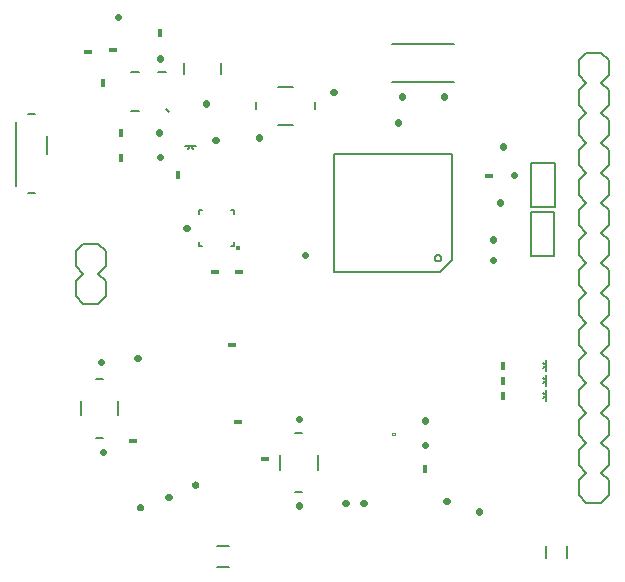
<source format=gto>
G75*
%MOIN*%
%OFA0B0*%
%FSLAX25Y25*%
%IPPOS*%
%LPD*%
%AMOC8*
5,1,8,0,0,1.08239X$1,22.5*
%
%ADD10C,0.02200*%
%ADD11C,0.00800*%
%ADD12R,0.01800X0.03000*%
%ADD13R,0.03000X0.01800*%
%ADD14C,0.00500*%
%ADD15C,0.01575*%
%ADD16C,0.00197*%
D10*
X0081400Y0078280D02*
X0081400Y0078520D01*
X0103115Y0063485D02*
X0103285Y0063315D01*
X0146700Y0060720D02*
X0146700Y0060480D01*
X0162080Y0061400D02*
X0162320Y0061400D01*
X0168080Y0061400D02*
X0168320Y0061400D01*
X0188700Y0080580D02*
X0188700Y0080820D01*
X0188800Y0088880D02*
X0188800Y0089120D01*
X0195780Y0062000D02*
X0196020Y0062000D01*
X0206600Y0058720D02*
X0206600Y0058480D01*
X0146600Y0089280D02*
X0146600Y0089520D01*
X0148580Y0144200D02*
X0148820Y0144200D01*
X0109320Y0153000D02*
X0109080Y0153000D01*
X0100200Y0176580D02*
X0100200Y0176820D01*
X0100000Y0184680D02*
X0100000Y0184920D01*
X0115800Y0194480D02*
X0115800Y0194720D01*
X0118680Y0182500D02*
X0118920Y0182500D01*
X0133200Y0183180D02*
X0133200Y0183420D01*
X0158080Y0198500D02*
X0158320Y0198500D01*
X0181000Y0197120D02*
X0181000Y0196880D01*
X0179800Y0188320D02*
X0179800Y0188080D01*
X0194900Y0196880D02*
X0194900Y0197120D01*
X0214700Y0180320D02*
X0214700Y0180080D01*
X0218280Y0170600D02*
X0218520Y0170600D01*
X0213700Y0161720D02*
X0213700Y0161480D01*
X0211300Y0149420D02*
X0211300Y0149180D01*
X0211500Y0142520D02*
X0211500Y0142280D01*
X0100500Y0209380D02*
X0100500Y0209620D01*
X0086200Y0223280D02*
X0086200Y0223520D01*
X0092780Y0109800D02*
X0093020Y0109800D01*
X0080700Y0108520D02*
X0080700Y0108280D01*
D11*
X0081381Y0102843D02*
X0079019Y0102843D01*
X0073901Y0095362D02*
X0073901Y0090638D01*
X0079019Y0083157D02*
X0081381Y0083157D01*
X0086499Y0090638D02*
X0086499Y0095362D01*
X0079700Y0127900D02*
X0074700Y0127900D01*
X0072200Y0130400D01*
X0072200Y0135400D01*
X0074700Y0137900D01*
X0072200Y0140400D01*
X0072200Y0145400D01*
X0074700Y0147900D01*
X0079700Y0147900D01*
X0082200Y0145400D01*
X0082200Y0140400D01*
X0079700Y0137900D01*
X0082200Y0135400D01*
X0082200Y0130400D01*
X0079700Y0127900D01*
X0058681Y0164611D02*
X0056319Y0164611D01*
X0052382Y0167170D02*
X0052382Y0188430D01*
X0056319Y0190989D02*
X0058681Y0190989D01*
X0062618Y0183706D02*
X0062618Y0177800D01*
X0090600Y0192000D02*
X0093200Y0192000D01*
X0102406Y0192594D02*
X0103390Y0191610D01*
X0108789Y0180469D02*
X0110600Y0180469D01*
X0111520Y0179249D01*
X0112411Y0180469D02*
X0110600Y0180469D01*
X0110500Y0180409D02*
X0109740Y0179249D01*
X0132357Y0192619D02*
X0132357Y0194981D01*
X0139838Y0200099D02*
X0144562Y0200099D01*
X0152043Y0194981D02*
X0152043Y0192619D01*
X0144562Y0187501D02*
X0139838Y0187501D01*
X0158315Y0177785D02*
X0158315Y0138415D01*
X0193748Y0138415D01*
X0197685Y0142352D01*
X0197685Y0177785D01*
X0158315Y0177785D01*
X0120702Y0204428D02*
X0120702Y0207972D01*
X0108498Y0207972D02*
X0108498Y0204428D01*
X0102300Y0205000D02*
X0099700Y0205000D01*
X0093200Y0205000D02*
X0090600Y0205000D01*
X0145419Y0084743D02*
X0147781Y0084743D01*
X0152899Y0077262D02*
X0152899Y0072538D01*
X0147781Y0065057D02*
X0145419Y0065057D01*
X0140301Y0072538D02*
X0140301Y0077262D01*
X0123500Y0047100D02*
X0119500Y0047100D01*
X0119500Y0040100D02*
X0123500Y0040100D01*
X0227949Y0096280D02*
X0229169Y0097200D01*
X0229169Y0099011D01*
X0229169Y0100389D02*
X0229169Y0102200D01*
X0227949Y0101280D01*
X0229169Y0102200D02*
X0229169Y0104011D01*
X0229169Y0105389D02*
X0229169Y0107200D01*
X0227949Y0106280D01*
X0229169Y0107200D02*
X0229169Y0109011D01*
X0227949Y0108060D02*
X0229109Y0107300D01*
X0227949Y0103060D02*
X0229109Y0102300D01*
X0227949Y0098060D02*
X0229109Y0097300D01*
X0229169Y0097200D02*
X0229169Y0095389D01*
X0239900Y0094000D02*
X0239900Y0099000D01*
X0242400Y0101500D01*
X0239900Y0104000D01*
X0239900Y0109000D01*
X0242400Y0111500D01*
X0239900Y0114000D01*
X0239900Y0119000D01*
X0242400Y0121500D01*
X0239900Y0124000D01*
X0239900Y0129000D01*
X0242400Y0131500D01*
X0239900Y0134000D01*
X0239900Y0139000D01*
X0242400Y0141500D01*
X0239900Y0144000D01*
X0239900Y0149000D01*
X0242400Y0151500D01*
X0239900Y0154000D01*
X0239900Y0159000D01*
X0242400Y0161500D01*
X0239900Y0164000D01*
X0239900Y0169000D01*
X0242400Y0171500D01*
X0239900Y0174000D01*
X0239900Y0179000D01*
X0242400Y0181500D01*
X0239900Y0184000D01*
X0239900Y0189000D01*
X0242400Y0191500D01*
X0239900Y0194000D01*
X0239900Y0199000D01*
X0242400Y0201500D01*
X0239900Y0204000D01*
X0239900Y0209000D01*
X0242400Y0211500D01*
X0247400Y0211500D01*
X0249900Y0209000D01*
X0249900Y0204000D01*
X0247400Y0201500D01*
X0249900Y0199000D01*
X0249900Y0194000D01*
X0247400Y0191500D01*
X0249900Y0189000D01*
X0249900Y0184000D01*
X0247400Y0181500D01*
X0249900Y0179000D01*
X0249900Y0174000D01*
X0247400Y0171500D01*
X0249900Y0169000D01*
X0249900Y0164000D01*
X0247400Y0161500D01*
X0249900Y0159000D01*
X0249900Y0154000D01*
X0247400Y0151500D01*
X0249900Y0149000D01*
X0249900Y0144000D01*
X0247400Y0141500D01*
X0249900Y0139000D01*
X0249900Y0134000D01*
X0247400Y0131500D01*
X0249900Y0129000D01*
X0249900Y0124000D01*
X0247400Y0121500D01*
X0249900Y0119000D01*
X0249900Y0114000D01*
X0247400Y0111500D01*
X0249900Y0109000D01*
X0249900Y0104000D01*
X0247400Y0101500D01*
X0249900Y0099000D01*
X0249900Y0094000D01*
X0247400Y0091500D01*
X0249900Y0089000D01*
X0249900Y0084000D01*
X0247400Y0081500D01*
X0249900Y0079000D01*
X0249900Y0074000D01*
X0247400Y0071500D01*
X0249900Y0069000D01*
X0249900Y0064000D01*
X0247400Y0061500D01*
X0242400Y0061500D01*
X0239900Y0064000D01*
X0239900Y0069000D01*
X0242400Y0071500D01*
X0239900Y0074000D01*
X0239900Y0079000D01*
X0242400Y0081500D01*
X0239900Y0084000D01*
X0239900Y0089000D01*
X0242400Y0091500D01*
X0239900Y0094000D01*
X0236100Y0047200D02*
X0236100Y0043200D01*
X0229100Y0043200D02*
X0229100Y0047200D01*
X0231837Y0143717D02*
X0223963Y0143717D01*
X0223963Y0158283D01*
X0231837Y0158283D01*
X0231837Y0143717D01*
X0231937Y0160217D02*
X0224063Y0160217D01*
X0224063Y0174783D01*
X0231937Y0174783D01*
X0231937Y0160217D01*
D12*
X0214800Y0107200D03*
X0214800Y0102200D03*
X0214800Y0097200D03*
X0188700Y0072600D03*
X0106300Y0170800D03*
X0087200Y0176300D03*
X0087500Y0184800D03*
X0081200Y0201400D03*
X0100300Y0218200D03*
D13*
X0084700Y0212400D03*
X0076200Y0211900D03*
X0118700Y0138300D03*
X0126600Y0138300D03*
X0124400Y0114200D03*
X0126200Y0088500D03*
X0135500Y0076100D03*
X0091300Y0082200D03*
X0209900Y0170400D03*
D14*
X0192031Y0143069D02*
X0192033Y0143132D01*
X0192039Y0143194D01*
X0192049Y0143256D01*
X0192062Y0143318D01*
X0192080Y0143378D01*
X0192101Y0143437D01*
X0192126Y0143495D01*
X0192155Y0143551D01*
X0192187Y0143605D01*
X0192222Y0143657D01*
X0192260Y0143706D01*
X0192302Y0143754D01*
X0192346Y0143798D01*
X0192394Y0143840D01*
X0192443Y0143878D01*
X0192495Y0143913D01*
X0192549Y0143945D01*
X0192605Y0143974D01*
X0192663Y0143999D01*
X0192722Y0144020D01*
X0192782Y0144038D01*
X0192844Y0144051D01*
X0192906Y0144061D01*
X0192968Y0144067D01*
X0193031Y0144069D01*
X0193094Y0144067D01*
X0193156Y0144061D01*
X0193218Y0144051D01*
X0193280Y0144038D01*
X0193340Y0144020D01*
X0193399Y0143999D01*
X0193457Y0143974D01*
X0193513Y0143945D01*
X0193567Y0143913D01*
X0193619Y0143878D01*
X0193668Y0143840D01*
X0193716Y0143798D01*
X0193760Y0143754D01*
X0193802Y0143706D01*
X0193840Y0143657D01*
X0193875Y0143605D01*
X0193907Y0143551D01*
X0193936Y0143495D01*
X0193961Y0143437D01*
X0193982Y0143378D01*
X0194000Y0143318D01*
X0194013Y0143256D01*
X0194023Y0143194D01*
X0194029Y0143132D01*
X0194031Y0143069D01*
X0194029Y0143006D01*
X0194023Y0142944D01*
X0194013Y0142882D01*
X0194000Y0142820D01*
X0193982Y0142760D01*
X0193961Y0142701D01*
X0193936Y0142643D01*
X0193907Y0142587D01*
X0193875Y0142533D01*
X0193840Y0142481D01*
X0193802Y0142432D01*
X0193760Y0142384D01*
X0193716Y0142340D01*
X0193668Y0142298D01*
X0193619Y0142260D01*
X0193567Y0142225D01*
X0193513Y0142193D01*
X0193457Y0142164D01*
X0193399Y0142139D01*
X0193340Y0142118D01*
X0193280Y0142100D01*
X0193218Y0142087D01*
X0193156Y0142077D01*
X0193094Y0142071D01*
X0193031Y0142069D01*
X0192968Y0142071D01*
X0192906Y0142077D01*
X0192844Y0142087D01*
X0192782Y0142100D01*
X0192722Y0142118D01*
X0192663Y0142139D01*
X0192605Y0142164D01*
X0192549Y0142193D01*
X0192495Y0142225D01*
X0192443Y0142260D01*
X0192394Y0142298D01*
X0192346Y0142340D01*
X0192302Y0142384D01*
X0192260Y0142432D01*
X0192222Y0142481D01*
X0192187Y0142533D01*
X0192155Y0142587D01*
X0192126Y0142643D01*
X0192101Y0142701D01*
X0192080Y0142760D01*
X0192062Y0142820D01*
X0192049Y0142882D01*
X0192039Y0142944D01*
X0192033Y0143006D01*
X0192031Y0143069D01*
X0198236Y0201701D02*
X0177764Y0201701D01*
X0177764Y0214299D02*
X0198236Y0214299D01*
X0125106Y0159006D02*
X0125106Y0157824D01*
X0125106Y0159006D02*
X0123924Y0159006D01*
X0114476Y0159006D02*
X0113294Y0159006D01*
X0113294Y0157824D01*
X0113294Y0148376D02*
X0113294Y0147194D01*
X0114476Y0147194D01*
X0123924Y0147194D02*
X0125106Y0147194D01*
X0125106Y0148376D01*
X0111340Y0067400D02*
X0111342Y0067458D01*
X0111348Y0067516D01*
X0111358Y0067573D01*
X0111371Y0067630D01*
X0111389Y0067685D01*
X0111410Y0067739D01*
X0111434Y0067792D01*
X0111463Y0067843D01*
X0111494Y0067891D01*
X0111529Y0067938D01*
X0111567Y0067982D01*
X0111607Y0068023D01*
X0111651Y0068062D01*
X0111697Y0068097D01*
X0111745Y0068130D01*
X0111795Y0068159D01*
X0111848Y0068184D01*
X0111901Y0068206D01*
X0111956Y0068225D01*
X0112013Y0068239D01*
X0112070Y0068250D01*
X0112127Y0068257D01*
X0112185Y0068260D01*
X0112244Y0068259D01*
X0112301Y0068254D01*
X0112359Y0068245D01*
X0112416Y0068233D01*
X0112471Y0068216D01*
X0112526Y0068196D01*
X0112579Y0068172D01*
X0112630Y0068145D01*
X0112679Y0068114D01*
X0112726Y0068080D01*
X0112771Y0068043D01*
X0112813Y0068003D01*
X0112853Y0067960D01*
X0112889Y0067915D01*
X0112922Y0067867D01*
X0112952Y0067817D01*
X0112978Y0067766D01*
X0113001Y0067712D01*
X0113021Y0067657D01*
X0113036Y0067601D01*
X0113048Y0067545D01*
X0113056Y0067487D01*
X0113060Y0067429D01*
X0113060Y0067371D01*
X0113056Y0067313D01*
X0113048Y0067255D01*
X0113036Y0067199D01*
X0113021Y0067143D01*
X0113001Y0067088D01*
X0112978Y0067034D01*
X0112952Y0066983D01*
X0112922Y0066933D01*
X0112889Y0066885D01*
X0112853Y0066840D01*
X0112813Y0066797D01*
X0112771Y0066757D01*
X0112726Y0066720D01*
X0112679Y0066686D01*
X0112630Y0066655D01*
X0112579Y0066628D01*
X0112526Y0066604D01*
X0112471Y0066584D01*
X0112416Y0066567D01*
X0112359Y0066555D01*
X0112301Y0066546D01*
X0112244Y0066541D01*
X0112185Y0066540D01*
X0112127Y0066543D01*
X0112070Y0066550D01*
X0112013Y0066561D01*
X0111956Y0066575D01*
X0111901Y0066594D01*
X0111848Y0066616D01*
X0111795Y0066641D01*
X0111745Y0066670D01*
X0111697Y0066703D01*
X0111651Y0066738D01*
X0111607Y0066777D01*
X0111567Y0066818D01*
X0111529Y0066862D01*
X0111494Y0066909D01*
X0111463Y0066957D01*
X0111434Y0067008D01*
X0111410Y0067061D01*
X0111389Y0067115D01*
X0111371Y0067170D01*
X0111358Y0067227D01*
X0111348Y0067284D01*
X0111342Y0067342D01*
X0111340Y0067400D01*
X0112100Y0067400D02*
X0112102Y0067420D01*
X0112108Y0067438D01*
X0112117Y0067456D01*
X0112129Y0067471D01*
X0112144Y0067483D01*
X0112162Y0067492D01*
X0112180Y0067498D01*
X0112200Y0067500D01*
X0112220Y0067498D01*
X0112238Y0067492D01*
X0112256Y0067483D01*
X0112271Y0067471D01*
X0112283Y0067456D01*
X0112292Y0067438D01*
X0112298Y0067420D01*
X0112300Y0067400D01*
X0112298Y0067380D01*
X0112292Y0067362D01*
X0112283Y0067344D01*
X0112271Y0067329D01*
X0112256Y0067317D01*
X0112238Y0067308D01*
X0112220Y0067302D01*
X0112200Y0067300D01*
X0112180Y0067302D01*
X0112162Y0067308D01*
X0112144Y0067317D01*
X0112129Y0067329D01*
X0112117Y0067344D01*
X0112108Y0067362D01*
X0112102Y0067380D01*
X0112100Y0067400D01*
X0111700Y0067400D02*
X0111702Y0067444D01*
X0111708Y0067488D01*
X0111718Y0067531D01*
X0111731Y0067573D01*
X0111748Y0067614D01*
X0111769Y0067653D01*
X0111793Y0067690D01*
X0111820Y0067725D01*
X0111850Y0067757D01*
X0111883Y0067787D01*
X0111919Y0067813D01*
X0111956Y0067837D01*
X0111996Y0067856D01*
X0112037Y0067873D01*
X0112080Y0067885D01*
X0112123Y0067894D01*
X0112167Y0067899D01*
X0112211Y0067900D01*
X0112255Y0067897D01*
X0112299Y0067890D01*
X0112342Y0067879D01*
X0112384Y0067865D01*
X0112424Y0067847D01*
X0112463Y0067825D01*
X0112499Y0067801D01*
X0112533Y0067773D01*
X0112565Y0067742D01*
X0112594Y0067708D01*
X0112620Y0067672D01*
X0112642Y0067634D01*
X0112661Y0067594D01*
X0112676Y0067552D01*
X0112688Y0067510D01*
X0112696Y0067466D01*
X0112700Y0067422D01*
X0112700Y0067378D01*
X0112696Y0067334D01*
X0112688Y0067290D01*
X0112676Y0067248D01*
X0112661Y0067206D01*
X0112642Y0067166D01*
X0112620Y0067128D01*
X0112594Y0067092D01*
X0112565Y0067058D01*
X0112533Y0067027D01*
X0112499Y0066999D01*
X0112463Y0066975D01*
X0112424Y0066953D01*
X0112384Y0066935D01*
X0112342Y0066921D01*
X0112299Y0066910D01*
X0112255Y0066903D01*
X0112211Y0066900D01*
X0112167Y0066901D01*
X0112123Y0066906D01*
X0112080Y0066915D01*
X0112037Y0066927D01*
X0111996Y0066944D01*
X0111956Y0066963D01*
X0111919Y0066987D01*
X0111883Y0067013D01*
X0111850Y0067043D01*
X0111820Y0067075D01*
X0111793Y0067110D01*
X0111769Y0067147D01*
X0111748Y0067186D01*
X0111731Y0067227D01*
X0111718Y0067269D01*
X0111708Y0067312D01*
X0111702Y0067356D01*
X0111700Y0067400D01*
X0092940Y0059900D02*
X0092942Y0059958D01*
X0092948Y0060016D01*
X0092958Y0060073D01*
X0092971Y0060130D01*
X0092989Y0060185D01*
X0093010Y0060239D01*
X0093034Y0060292D01*
X0093063Y0060343D01*
X0093094Y0060391D01*
X0093129Y0060438D01*
X0093167Y0060482D01*
X0093207Y0060523D01*
X0093251Y0060562D01*
X0093297Y0060597D01*
X0093345Y0060630D01*
X0093395Y0060659D01*
X0093448Y0060684D01*
X0093501Y0060706D01*
X0093556Y0060725D01*
X0093613Y0060739D01*
X0093670Y0060750D01*
X0093727Y0060757D01*
X0093785Y0060760D01*
X0093844Y0060759D01*
X0093901Y0060754D01*
X0093959Y0060745D01*
X0094016Y0060733D01*
X0094071Y0060716D01*
X0094126Y0060696D01*
X0094179Y0060672D01*
X0094230Y0060645D01*
X0094279Y0060614D01*
X0094326Y0060580D01*
X0094371Y0060543D01*
X0094413Y0060503D01*
X0094453Y0060460D01*
X0094489Y0060415D01*
X0094522Y0060367D01*
X0094552Y0060317D01*
X0094578Y0060266D01*
X0094601Y0060212D01*
X0094621Y0060157D01*
X0094636Y0060101D01*
X0094648Y0060045D01*
X0094656Y0059987D01*
X0094660Y0059929D01*
X0094660Y0059871D01*
X0094656Y0059813D01*
X0094648Y0059755D01*
X0094636Y0059699D01*
X0094621Y0059643D01*
X0094601Y0059588D01*
X0094578Y0059534D01*
X0094552Y0059483D01*
X0094522Y0059433D01*
X0094489Y0059385D01*
X0094453Y0059340D01*
X0094413Y0059297D01*
X0094371Y0059257D01*
X0094326Y0059220D01*
X0094279Y0059186D01*
X0094230Y0059155D01*
X0094179Y0059128D01*
X0094126Y0059104D01*
X0094071Y0059084D01*
X0094016Y0059067D01*
X0093959Y0059055D01*
X0093901Y0059046D01*
X0093844Y0059041D01*
X0093785Y0059040D01*
X0093727Y0059043D01*
X0093670Y0059050D01*
X0093613Y0059061D01*
X0093556Y0059075D01*
X0093501Y0059094D01*
X0093448Y0059116D01*
X0093395Y0059141D01*
X0093345Y0059170D01*
X0093297Y0059203D01*
X0093251Y0059238D01*
X0093207Y0059277D01*
X0093167Y0059318D01*
X0093129Y0059362D01*
X0093094Y0059409D01*
X0093063Y0059457D01*
X0093034Y0059508D01*
X0093010Y0059561D01*
X0092989Y0059615D01*
X0092971Y0059670D01*
X0092958Y0059727D01*
X0092948Y0059784D01*
X0092942Y0059842D01*
X0092940Y0059900D01*
X0093700Y0059900D02*
X0093702Y0059920D01*
X0093708Y0059938D01*
X0093717Y0059956D01*
X0093729Y0059971D01*
X0093744Y0059983D01*
X0093762Y0059992D01*
X0093780Y0059998D01*
X0093800Y0060000D01*
X0093820Y0059998D01*
X0093838Y0059992D01*
X0093856Y0059983D01*
X0093871Y0059971D01*
X0093883Y0059956D01*
X0093892Y0059938D01*
X0093898Y0059920D01*
X0093900Y0059900D01*
X0093898Y0059880D01*
X0093892Y0059862D01*
X0093883Y0059844D01*
X0093871Y0059829D01*
X0093856Y0059817D01*
X0093838Y0059808D01*
X0093820Y0059802D01*
X0093800Y0059800D01*
X0093780Y0059802D01*
X0093762Y0059808D01*
X0093744Y0059817D01*
X0093729Y0059829D01*
X0093717Y0059844D01*
X0093708Y0059862D01*
X0093702Y0059880D01*
X0093700Y0059900D01*
X0093300Y0059900D02*
X0093302Y0059944D01*
X0093308Y0059988D01*
X0093318Y0060031D01*
X0093331Y0060073D01*
X0093348Y0060114D01*
X0093369Y0060153D01*
X0093393Y0060190D01*
X0093420Y0060225D01*
X0093450Y0060257D01*
X0093483Y0060287D01*
X0093519Y0060313D01*
X0093556Y0060337D01*
X0093596Y0060356D01*
X0093637Y0060373D01*
X0093680Y0060385D01*
X0093723Y0060394D01*
X0093767Y0060399D01*
X0093811Y0060400D01*
X0093855Y0060397D01*
X0093899Y0060390D01*
X0093942Y0060379D01*
X0093984Y0060365D01*
X0094024Y0060347D01*
X0094063Y0060325D01*
X0094099Y0060301D01*
X0094133Y0060273D01*
X0094165Y0060242D01*
X0094194Y0060208D01*
X0094220Y0060172D01*
X0094242Y0060134D01*
X0094261Y0060094D01*
X0094276Y0060052D01*
X0094288Y0060010D01*
X0094296Y0059966D01*
X0094300Y0059922D01*
X0094300Y0059878D01*
X0094296Y0059834D01*
X0094288Y0059790D01*
X0094276Y0059748D01*
X0094261Y0059706D01*
X0094242Y0059666D01*
X0094220Y0059628D01*
X0094194Y0059592D01*
X0094165Y0059558D01*
X0094133Y0059527D01*
X0094099Y0059499D01*
X0094063Y0059475D01*
X0094024Y0059453D01*
X0093984Y0059435D01*
X0093942Y0059421D01*
X0093899Y0059410D01*
X0093855Y0059403D01*
X0093811Y0059400D01*
X0093767Y0059401D01*
X0093723Y0059406D01*
X0093680Y0059415D01*
X0093637Y0059427D01*
X0093596Y0059444D01*
X0093556Y0059463D01*
X0093519Y0059487D01*
X0093483Y0059513D01*
X0093450Y0059543D01*
X0093420Y0059575D01*
X0093393Y0059610D01*
X0093369Y0059647D01*
X0093348Y0059686D01*
X0093331Y0059727D01*
X0093318Y0059769D01*
X0093308Y0059812D01*
X0093302Y0059856D01*
X0093300Y0059900D01*
D15*
X0126287Y0146407D03*
D16*
X0177762Y0084399D02*
X0177764Y0084441D01*
X0177770Y0084482D01*
X0177780Y0084523D01*
X0177794Y0084563D01*
X0177811Y0084601D01*
X0177832Y0084637D01*
X0177856Y0084671D01*
X0177884Y0084703D01*
X0177914Y0084732D01*
X0177947Y0084757D01*
X0177982Y0084780D01*
X0178019Y0084799D01*
X0178058Y0084815D01*
X0178098Y0084827D01*
X0178139Y0084835D01*
X0178181Y0084839D01*
X0178223Y0084839D01*
X0178265Y0084835D01*
X0178306Y0084827D01*
X0178346Y0084815D01*
X0178385Y0084799D01*
X0178422Y0084780D01*
X0178457Y0084757D01*
X0178490Y0084732D01*
X0178520Y0084703D01*
X0178548Y0084671D01*
X0178572Y0084637D01*
X0178593Y0084601D01*
X0178610Y0084563D01*
X0178624Y0084523D01*
X0178634Y0084482D01*
X0178640Y0084441D01*
X0178642Y0084399D01*
X0178640Y0084357D01*
X0178634Y0084316D01*
X0178624Y0084275D01*
X0178610Y0084235D01*
X0178593Y0084197D01*
X0178572Y0084161D01*
X0178548Y0084127D01*
X0178520Y0084095D01*
X0178490Y0084066D01*
X0178457Y0084041D01*
X0178422Y0084018D01*
X0178385Y0083999D01*
X0178346Y0083983D01*
X0178306Y0083971D01*
X0178265Y0083963D01*
X0178223Y0083959D01*
X0178181Y0083959D01*
X0178139Y0083963D01*
X0178098Y0083971D01*
X0178058Y0083983D01*
X0178019Y0083999D01*
X0177982Y0084018D01*
X0177947Y0084041D01*
X0177914Y0084066D01*
X0177884Y0084095D01*
X0177856Y0084127D01*
X0177832Y0084161D01*
X0177811Y0084197D01*
X0177794Y0084235D01*
X0177780Y0084275D01*
X0177770Y0084316D01*
X0177764Y0084357D01*
X0177762Y0084399D01*
M02*

</source>
